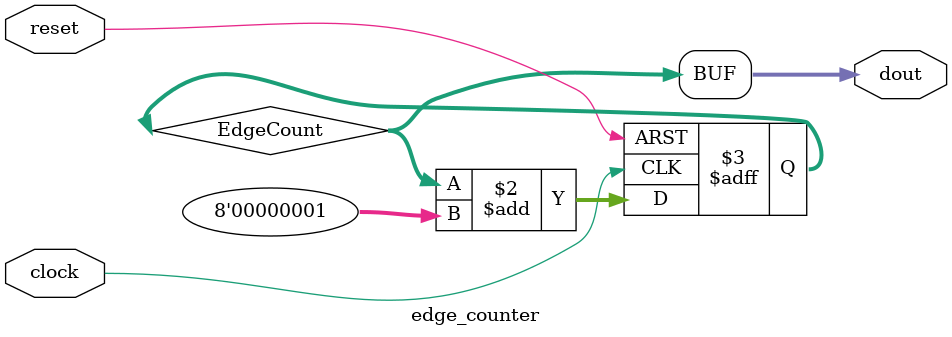
<source format=v>
module edge_counter  # (parameter WIDTH = 8) 
(
 input  clock,
 input  reset ,
 output [WIDTH-1:0] dout 
 );


reg [WIDTH-1:0] EdgeCount;


always @(posedge clock or posedge reset)
	begin
		if (reset) EdgeCount <= {WIDTH{1'b0}};		
		else EdgeCount <= EdgeCount +  {{(WIDTH-1){1'b0}}, 1'b1};
	end


assign dout = EdgeCount;

endmodule
</source>
